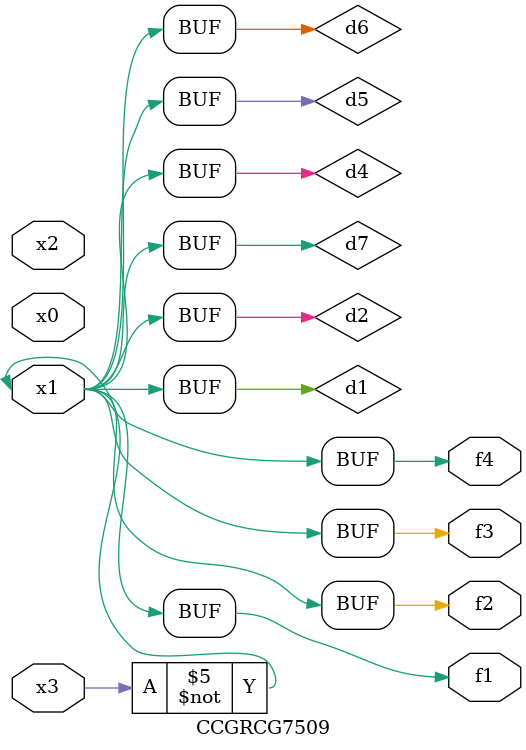
<source format=v>
module CCGRCG7509(
	input x0, x1, x2, x3,
	output f1, f2, f3, f4
);

	wire d1, d2, d3, d4, d5, d6, d7;

	not (d1, x3);
	buf (d2, x1);
	xnor (d3, d1, d2);
	nor (d4, d1);
	buf (d5, d1, d2);
	buf (d6, d4, d5);
	nand (d7, d4);
	assign f1 = d6;
	assign f2 = d7;
	assign f3 = d6;
	assign f4 = d6;
endmodule

</source>
